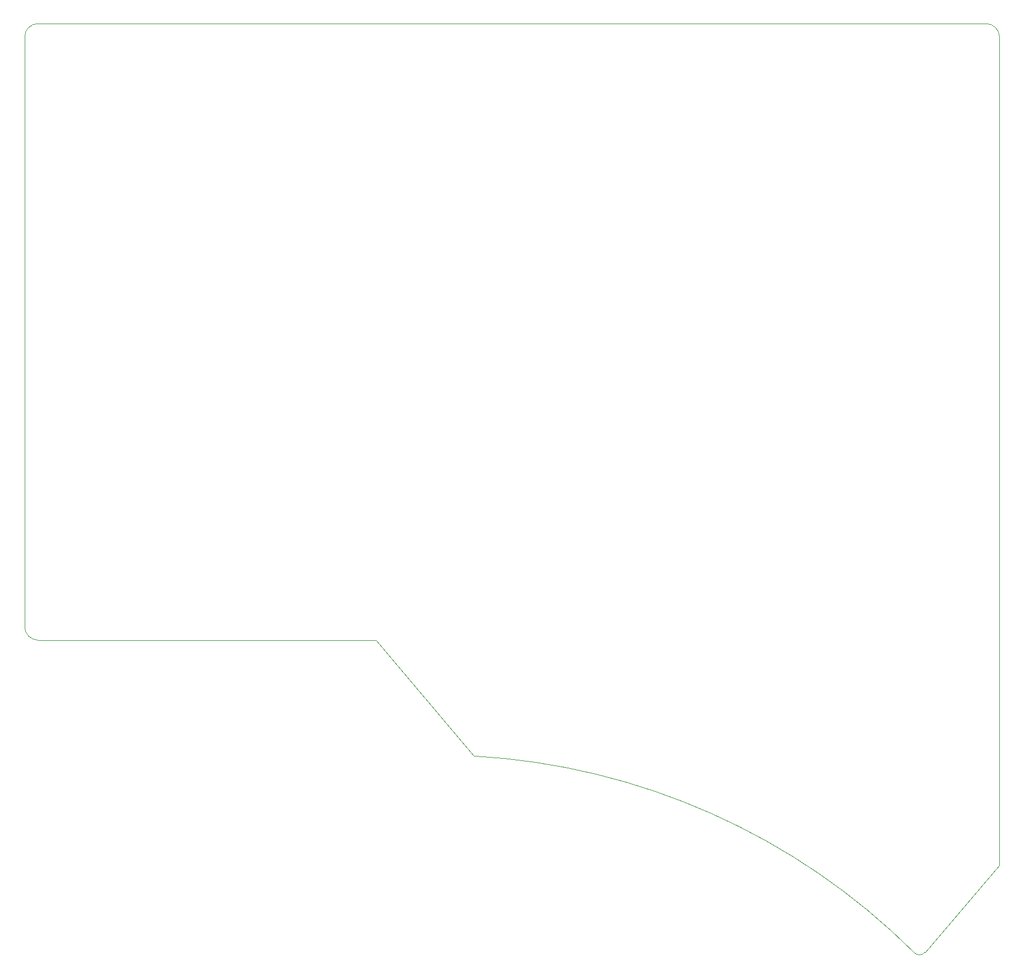
<source format=gbr>
%TF.GenerationSoftware,KiCad,Pcbnew,(6.0.5)*%
%TF.CreationDate,2022-07-25T14:13:38-03:00*%
%TF.ProjectId,bluejay_base,626c7565-6a61-4795-9f62-6173652e6b69,rev?*%
%TF.SameCoordinates,Original*%
%TF.FileFunction,Profile,NP*%
%FSLAX46Y46*%
G04 Gerber Fmt 4.6, Leading zero omitted, Abs format (unit mm)*
G04 Created by KiCad (PCBNEW (6.0.5)) date 2022-07-25 14:13:38*
%MOMM*%
%LPD*%
G01*
G04 APERTURE LIST*
%TA.AperFunction,Profile*%
%ADD10C,0.100000*%
%TD*%
G04 APERTURE END LIST*
D10*
X60981200Y-70656300D02*
X49781200Y-83726300D01*
X48011200Y-83696300D02*
G75*
G03*
X-18268800Y-54156300I-72005349J-72433634D01*
G01*
X60981200Y54343700D02*
G75*
G03*
X58981200Y56343700I-2006700J-6700D01*
G01*
X60981200Y-70656300D02*
X60981199Y54343700D01*
X-84024489Y56343700D02*
G75*
G03*
X-86024489Y54351450I-22836J-1977090D01*
G01*
X-86025519Y-34636300D02*
G75*
G03*
X-84025520Y-36663017I2020425J-6385D01*
G01*
X-86024489Y54351450D02*
X-86025519Y-34636300D01*
X-84025520Y-36663017D02*
X-33018800Y-36656300D01*
X-33018800Y-36656300D02*
X-18268800Y-54156300D01*
X58981200Y56343700D02*
X57050000Y56400000D01*
X57050000Y56400000D02*
X-84024489Y56343700D01*
X48011185Y-83696311D02*
G75*
G03*
X49781200Y-83726300I896515J664211D01*
G01*
M02*

</source>
